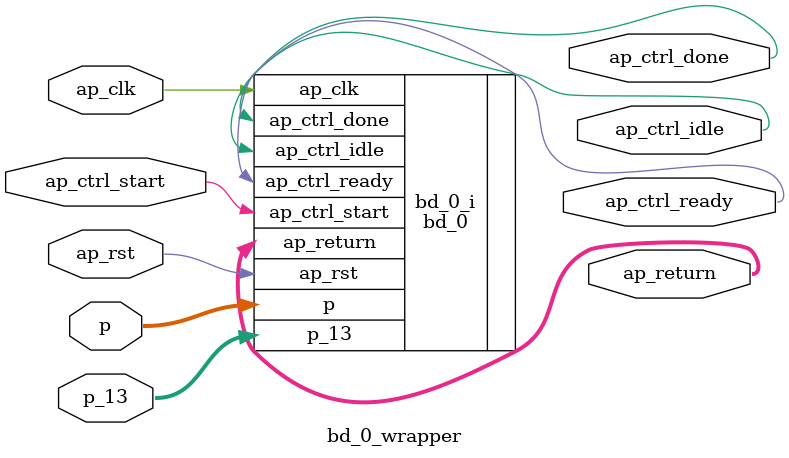
<source format=v>
`timescale 1 ps / 1 ps

module bd_0_wrapper
   (ap_clk,
    ap_ctrl_done,
    ap_ctrl_idle,
    ap_ctrl_ready,
    ap_ctrl_start,
    ap_return,
    ap_rst,
    p,
    p_13);
  input ap_clk;
  output ap_ctrl_done;
  output ap_ctrl_idle;
  output ap_ctrl_ready;
  input ap_ctrl_start;
  output [63:0]ap_return;
  input ap_rst;
  input [7:0]p;
  input [31:0]p_13;

  wire ap_clk;
  wire ap_ctrl_done;
  wire ap_ctrl_idle;
  wire ap_ctrl_ready;
  wire ap_ctrl_start;
  wire [63:0]ap_return;
  wire ap_rst;
  wire [7:0]p;
  wire [31:0]p_13;

  bd_0 bd_0_i
       (.ap_clk(ap_clk),
        .ap_ctrl_done(ap_ctrl_done),
        .ap_ctrl_idle(ap_ctrl_idle),
        .ap_ctrl_ready(ap_ctrl_ready),
        .ap_ctrl_start(ap_ctrl_start),
        .ap_return(ap_return),
        .ap_rst(ap_rst),
        .p(p),
        .p_13(p_13));
endmodule

</source>
